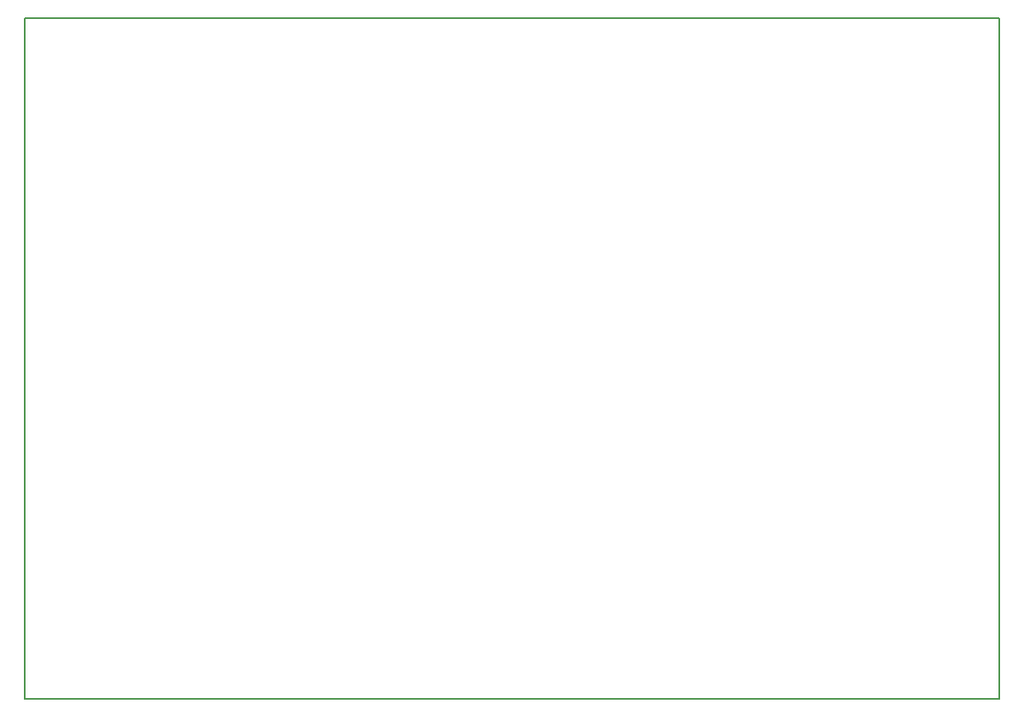
<source format=gbr>
%TF.GenerationSoftware,KiCad,Pcbnew,(6.0.9)*%
%TF.CreationDate,2022-11-17T17:06:12-06:00*%
%TF.ProjectId,IR2IP,49523249-502e-46b6-9963-61645f706362,rev?*%
%TF.SameCoordinates,PX55fe290PY8062360*%
%TF.FileFunction,Profile,NP*%
%FSLAX46Y46*%
G04 Gerber Fmt 4.6, Leading zero omitted, Abs format (unit mm)*
G04 Created by KiCad (PCBNEW (6.0.9)) date 2022-11-17 17:06:12*
%MOMM*%
%LPD*%
G01*
G04 APERTURE LIST*
%TA.AperFunction,Profile*%
%ADD10C,0.150000*%
%TD*%
G04 APERTURE END LIST*
D10*
X0Y70000000D02*
X100000000Y70000000D01*
X0Y0D02*
X0Y70000000D01*
X100000000Y0D02*
X0Y0D01*
X100000000Y70000000D02*
X100000000Y0D01*
M02*

</source>
